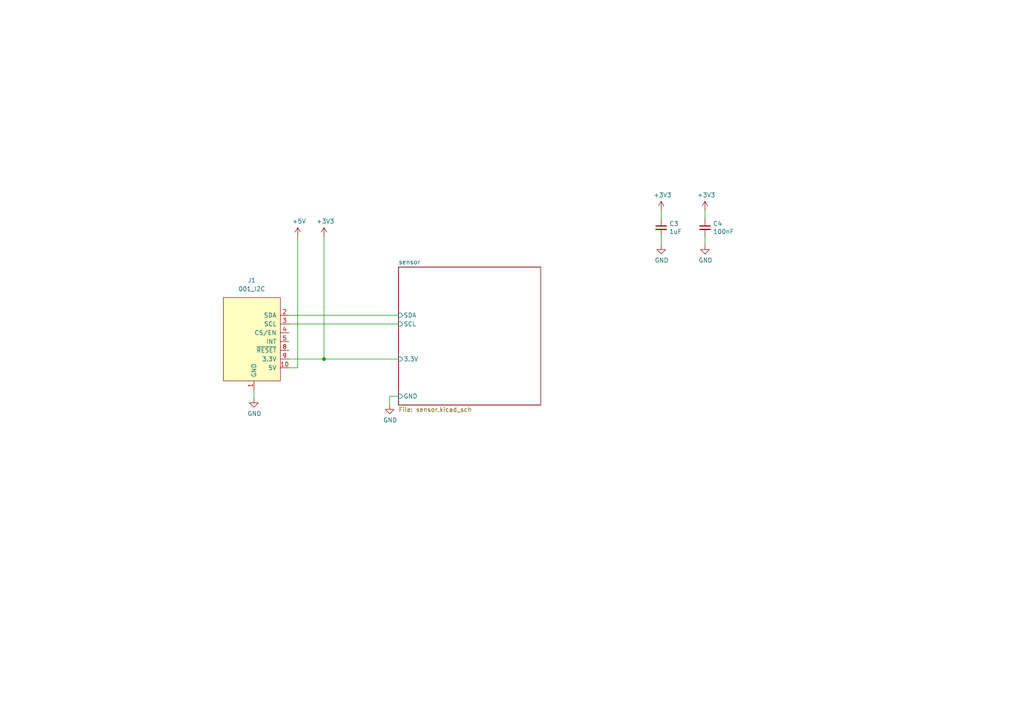
<source format=kicad_sch>
(kicad_sch (version 20211123) (generator eeschema)

  (uuid 712d6a7d-2b62-464f-b745-fd2a6b0187f6)

  (paper "A4")

  (lib_symbols
    (symbol "Device:C_Small" (pin_numbers hide) (pin_names (offset 0.254) hide) (in_bom yes) (on_board yes)
      (property "Reference" "C" (id 0) (at 0.254 1.778 0)
        (effects (font (size 1.27 1.27)) (justify left))
      )
      (property "Value" "C_Small" (id 1) (at 0.254 -2.032 0)
        (effects (font (size 1.27 1.27)) (justify left))
      )
      (property "Footprint" "" (id 2) (at 0 0 0)
        (effects (font (size 1.27 1.27)) hide)
      )
      (property "Datasheet" "~" (id 3) (at 0 0 0)
        (effects (font (size 1.27 1.27)) hide)
      )
      (property "ki_keywords" "capacitor cap" (id 4) (at 0 0 0)
        (effects (font (size 1.27 1.27)) hide)
      )
      (property "ki_description" "Unpolarized capacitor, small symbol" (id 5) (at 0 0 0)
        (effects (font (size 1.27 1.27)) hide)
      )
      (property "ki_fp_filters" "C_*" (id 6) (at 0 0 0)
        (effects (font (size 1.27 1.27)) hide)
      )
      (symbol "C_Small_0_1"
        (polyline
          (pts
            (xy -1.524 -0.508)
            (xy 1.524 -0.508)
          )
          (stroke (width 0.3302) (type default) (color 0 0 0 0))
          (fill (type none))
        )
        (polyline
          (pts
            (xy -1.524 0.508)
            (xy 1.524 0.508)
          )
          (stroke (width 0.3048) (type default) (color 0 0 0 0))
          (fill (type none))
        )
      )
      (symbol "C_Small_1_1"
        (pin passive line (at 0 2.54 270) (length 2.032)
          (name "~" (effects (font (size 1.27 1.27))))
          (number "1" (effects (font (size 1.27 1.27))))
        )
        (pin passive line (at 0 -2.54 90) (length 2.032)
          (name "~" (effects (font (size 1.27 1.27))))
          (number "2" (effects (font (size 1.27 1.27))))
        )
      )
    )
    (symbol "power:+3.3V" (power) (pin_names (offset 0)) (in_bom yes) (on_board yes)
      (property "Reference" "#PWR" (id 0) (at 0 -3.81 0)
        (effects (font (size 1.27 1.27)) hide)
      )
      (property "Value" "+3.3V" (id 1) (at 0 3.556 0)
        (effects (font (size 1.27 1.27)))
      )
      (property "Footprint" "" (id 2) (at 0 0 0)
        (effects (font (size 1.27 1.27)) hide)
      )
      (property "Datasheet" "" (id 3) (at 0 0 0)
        (effects (font (size 1.27 1.27)) hide)
      )
      (property "ki_keywords" "power-flag" (id 4) (at 0 0 0)
        (effects (font (size 1.27 1.27)) hide)
      )
      (property "ki_description" "Power symbol creates a global label with name \"+3.3V\"" (id 5) (at 0 0 0)
        (effects (font (size 1.27 1.27)) hide)
      )
      (symbol "+3.3V_0_1"
        (polyline
          (pts
            (xy -0.762 1.27)
            (xy 0 2.54)
          )
          (stroke (width 0) (type default) (color 0 0 0 0))
          (fill (type none))
        )
        (polyline
          (pts
            (xy 0 0)
            (xy 0 2.54)
          )
          (stroke (width 0) (type default) (color 0 0 0 0))
          (fill (type none))
        )
        (polyline
          (pts
            (xy 0 2.54)
            (xy 0.762 1.27)
          )
          (stroke (width 0) (type default) (color 0 0 0 0))
          (fill (type none))
        )
      )
      (symbol "+3.3V_1_1"
        (pin power_in line (at 0 0 90) (length 0) hide
          (name "+3V3" (effects (font (size 1.27 1.27))))
          (number "1" (effects (font (size 1.27 1.27))))
        )
      )
    )
    (symbol "power:+5V" (power) (pin_names (offset 0)) (in_bom yes) (on_board yes)
      (property "Reference" "#PWR" (id 0) (at 0 -3.81 0)
        (effects (font (size 1.27 1.27)) hide)
      )
      (property "Value" "+5V" (id 1) (at 0 3.556 0)
        (effects (font (size 1.27 1.27)))
      )
      (property "Footprint" "" (id 2) (at 0 0 0)
        (effects (font (size 1.27 1.27)) hide)
      )
      (property "Datasheet" "" (id 3) (at 0 0 0)
        (effects (font (size 1.27 1.27)) hide)
      )
      (property "ki_keywords" "power-flag" (id 4) (at 0 0 0)
        (effects (font (size 1.27 1.27)) hide)
      )
      (property "ki_description" "Power symbol creates a global label with name \"+5V\"" (id 5) (at 0 0 0)
        (effects (font (size 1.27 1.27)) hide)
      )
      (symbol "+5V_0_1"
        (polyline
          (pts
            (xy -0.762 1.27)
            (xy 0 2.54)
          )
          (stroke (width 0) (type default) (color 0 0 0 0))
          (fill (type none))
        )
        (polyline
          (pts
            (xy 0 0)
            (xy 0 2.54)
          )
          (stroke (width 0) (type default) (color 0 0 0 0))
          (fill (type none))
        )
        (polyline
          (pts
            (xy 0 2.54)
            (xy 0.762 1.27)
          )
          (stroke (width 0) (type default) (color 0 0 0 0))
          (fill (type none))
        )
      )
      (symbol "+5V_1_1"
        (pin power_in line (at 0 0 90) (length 0) hide
          (name "+5V" (effects (font (size 1.27 1.27))))
          (number "1" (effects (font (size 1.27 1.27))))
        )
      )
    )
    (symbol "power:GND" (power) (pin_names (offset 0)) (in_bom yes) (on_board yes)
      (property "Reference" "#PWR" (id 0) (at 0 -6.35 0)
        (effects (font (size 1.27 1.27)) hide)
      )
      (property "Value" "GND" (id 1) (at 0 -3.81 0)
        (effects (font (size 1.27 1.27)))
      )
      (property "Footprint" "" (id 2) (at 0 0 0)
        (effects (font (size 1.27 1.27)) hide)
      )
      (property "Datasheet" "" (id 3) (at 0 0 0)
        (effects (font (size 1.27 1.27)) hide)
      )
      (property "ki_keywords" "power-flag" (id 4) (at 0 0 0)
        (effects (font (size 1.27 1.27)) hide)
      )
      (property "ki_description" "Power symbol creates a global label with name \"GND\" , ground" (id 5) (at 0 0 0)
        (effects (font (size 1.27 1.27)) hide)
      )
      (symbol "GND_0_1"
        (polyline
          (pts
            (xy 0 0)
            (xy 0 -1.27)
            (xy 1.27 -1.27)
            (xy 0 -2.54)
            (xy -1.27 -1.27)
            (xy 0 -1.27)
          )
          (stroke (width 0) (type default) (color 0 0 0 0))
          (fill (type none))
        )
      )
      (symbol "GND_1_1"
        (pin power_in line (at 0 0 270) (length 0) hide
          (name "GND" (effects (font (size 1.27 1.27))))
          (number "1" (effects (font (size 1.27 1.27))))
        )
      )
    )
    (symbol "put_on_edge:001_I2C" (pin_names (offset 1.016)) (in_bom yes) (on_board yes)
      (property "Reference" "J" (id 0) (at -2.54 13.97 0)
        (effects (font (size 1.27 1.27)))
      )
      (property "Value" "001_I2C" (id 1) (at 8.89 13.97 0)
        (effects (font (size 1.27 1.27)))
      )
      (property "Footprint" "" (id 2) (at 7.62 16.51 0)
        (effects (font (size 1.27 1.27)) hide)
      )
      (property "Datasheet" "" (id 3) (at 7.62 16.51 0)
        (effects (font (size 1.27 1.27)) hide)
      )
      (symbol "001_I2C_0_1"
        (rectangle (start -8.89 12.7) (end 7.62 -11.43)
          (stroke (width 0) (type default) (color 0 0 0 0))
          (fill (type background))
        )
      )
      (symbol "001_I2C_1_1"
        (pin power_in line (at -1.27 -13.97 90) (length 2.54)
          (name "GND" (effects (font (size 1.27 1.27))))
          (number "1" (effects (font (size 1.27 1.27))))
        )
        (pin power_in line (at -11.43 -7.62 0) (length 2.54)
          (name "5V" (effects (font (size 1.27 1.27))))
          (number "10" (effects (font (size 1.27 1.27))))
        )
        (pin bidirectional line (at -11.43 7.62 0) (length 2.54)
          (name "SDA" (effects (font (size 1.27 1.27))))
          (number "2" (effects (font (size 1.27 1.27))))
        )
        (pin bidirectional line (at -11.43 5.08 0) (length 2.54)
          (name "SCL" (effects (font (size 1.27 1.27))))
          (number "3" (effects (font (size 1.27 1.27))))
        )
        (pin bidirectional line (at -11.43 2.54 0) (length 2.54)
          (name "CS/EN" (effects (font (size 1.27 1.27))))
          (number "4" (effects (font (size 1.27 1.27))))
        )
        (pin bidirectional line (at -11.43 0 0) (length 2.54)
          (name "INT" (effects (font (size 1.27 1.27))))
          (number "5" (effects (font (size 1.27 1.27))))
        )
        (pin bidirectional line (at -11.43 -2.54 0) (length 2.54)
          (name "~{RESET}" (effects (font (size 1.27 1.27))))
          (number "8" (effects (font (size 1.27 1.27))))
        )
        (pin power_in line (at -11.43 -5.08 0) (length 2.54)
          (name "3.3V" (effects (font (size 1.27 1.27))))
          (number "9" (effects (font (size 1.27 1.27))))
        )
      )
    )
  )

  (junction (at 93.98 104.14) (diameter 0) (color 0 0 0 0)
    (uuid 80f1e25c-501b-4592-889d-13d9cf6b68ae)
  )

  (wire (pts (xy 83.82 91.44) (xy 115.57 91.44))
    (stroke (width 0) (type default) (color 0 0 0 0))
    (uuid 012f51a9-60d7-4d64-8672-9b730dbfc947)
  )
  (wire (pts (xy 113.03 117.475) (xy 113.03 114.935))
    (stroke (width 0) (type default) (color 0 0 0 0))
    (uuid 02b727dd-fba8-4914-a6f8-17189536279f)
  )
  (wire (pts (xy 93.98 104.14) (xy 115.57 104.14))
    (stroke (width 0) (type default) (color 0 0 0 0))
    (uuid 093a9ff5-ef7a-455c-859a-d2e50ed1f693)
  )
  (wire (pts (xy 204.47 60.96) (xy 204.47 63.5))
    (stroke (width 0) (type default) (color 0 0 0 0))
    (uuid 1a1ab354-5f85-45f9-938c-9f6c4c8c3ea2)
  )
  (wire (pts (xy 191.77 60.96) (xy 191.77 63.5))
    (stroke (width 0) (type default) (color 0 0 0 0))
    (uuid 1bf544e3-5940-4576-9291-2464e95c0ee2)
  )
  (wire (pts (xy 86.36 68.58) (xy 86.36 106.68))
    (stroke (width 0) (type default) (color 0 0 0 0))
    (uuid 1e1b062d-fad0-427c-a622-c5b8a80b5268)
  )
  (wire (pts (xy 93.98 68.58) (xy 93.98 104.14))
    (stroke (width 0) (type default) (color 0 0 0 0))
    (uuid 30f15357-ce1d-48b9-93dc-7d9b1b2aa048)
  )
  (wire (pts (xy 204.47 68.58) (xy 204.47 71.12))
    (stroke (width 0) (type default) (color 0 0 0 0))
    (uuid 42713045-fffd-4b2d-ae1e-7232d705fb12)
  )
  (wire (pts (xy 113.03 114.935) (xy 115.57 114.935))
    (stroke (width 0) (type default) (color 0 0 0 0))
    (uuid 8677d68f-dfa3-43f8-85b1-740851a741c6)
  )
  (wire (pts (xy 93.98 104.14) (xy 83.82 104.14))
    (stroke (width 0) (type default) (color 0 0 0 0))
    (uuid 87371631-aa02-498a-998a-09bdb74784c1)
  )
  (wire (pts (xy 83.82 93.98) (xy 115.57 93.98))
    (stroke (width 0) (type default) (color 0 0 0 0))
    (uuid ab55ebbc-cb4c-4917-b2ec-e093ad55a77f)
  )
  (wire (pts (xy 191.77 68.58) (xy 191.77 71.12))
    (stroke (width 0) (type default) (color 0 0 0 0))
    (uuid c0515cd2-cdaa-467e-8354-0f6eadfa35c9)
  )
  (wire (pts (xy 73.66 115.57) (xy 73.66 113.03))
    (stroke (width 0) (type default) (color 0 0 0 0))
    (uuid c70d9ef3-bfeb-47e0-a1e1-9aeba3da7864)
  )
  (wire (pts (xy 86.36 106.68) (xy 83.82 106.68))
    (stroke (width 0) (type default) (color 0 0 0 0))
    (uuid d8603679-3e7b-4337-8dbc-1827f5f54d8a)
  )

  (symbol (lib_id "power:GND") (at 73.66 115.57 0) (unit 1)
    (in_bom yes) (on_board yes)
    (uuid 00000000-0000-0000-0000-0000617ee3e4)
    (property "Reference" "#PWR0101" (id 0) (at 73.66 121.92 0)
      (effects (font (size 1.27 1.27)) hide)
    )
    (property "Value" "GND" (id 1) (at 73.787 119.9642 0))
    (property "Footprint" "" (id 2) (at 73.66 115.57 0)
      (effects (font (size 1.27 1.27)) hide)
    )
    (property "Datasheet" "" (id 3) (at 73.66 115.57 0)
      (effects (font (size 1.27 1.27)) hide)
    )
    (pin "1" (uuid 485f2f0b-adc4-4fd0-914c-e6cdebf32b20))
  )

  (symbol (lib_id "power:+5V") (at 86.36 68.58 0) (unit 1)
    (in_bom yes) (on_board yes)
    (uuid 00000000-0000-0000-0000-0000617f3fc7)
    (property "Reference" "#PWR0105" (id 0) (at 86.36 72.39 0)
      (effects (font (size 1.27 1.27)) hide)
    )
    (property "Value" "+5V" (id 1) (at 86.741 64.1858 0))
    (property "Footprint" "" (id 2) (at 86.36 68.58 0)
      (effects (font (size 1.27 1.27)) hide)
    )
    (property "Datasheet" "" (id 3) (at 86.36 68.58 0)
      (effects (font (size 1.27 1.27)) hide)
    )
    (pin "1" (uuid ae923668-2cb7-47ea-99c5-b6a079045296))
  )

  (symbol (lib_id "power:+3.3V") (at 93.98 68.58 0) (unit 1)
    (in_bom yes) (on_board yes)
    (uuid 00000000-0000-0000-0000-0000617f3fcd)
    (property "Reference" "#PWR0106" (id 0) (at 93.98 72.39 0)
      (effects (font (size 1.27 1.27)) hide)
    )
    (property "Value" "+3.3V" (id 1) (at 94.361 64.1858 0))
    (property "Footprint" "" (id 2) (at 93.98 68.58 0)
      (effects (font (size 1.27 1.27)) hide)
    )
    (property "Datasheet" "" (id 3) (at 93.98 68.58 0)
      (effects (font (size 1.27 1.27)) hide)
    )
    (pin "1" (uuid 48eaa494-0ad3-4e7e-a203-8b82c0c90232))
  )

  (symbol (lib_id "Device:C_Small") (at 191.77 66.04 0) (unit 1)
    (in_bom yes) (on_board yes)
    (uuid 00000000-0000-0000-0000-000061805a99)
    (property "Reference" "C3" (id 0) (at 194.1068 64.8716 0)
      (effects (font (size 1.27 1.27)) (justify left))
    )
    (property "Value" "1uF" (id 1) (at 194.1068 67.183 0)
      (effects (font (size 1.27 1.27)) (justify left))
    )
    (property "Footprint" "Capacitor_SMD:C_0603_1608Metric" (id 2) (at 191.77 66.04 0)
      (effects (font (size 1.27 1.27)) hide)
    )
    (property "Datasheet" "~" (id 3) (at 191.77 66.04 0)
      (effects (font (size 1.27 1.27)) hide)
    )
    (property "Voltage" "6.3V" (id 4) (at 191.77 66.04 0)
      (effects (font (size 1.27 1.27)) hide)
    )
    (pin "1" (uuid e4c76785-6814-46b7-90ed-89a33aedcc92))
    (pin "2" (uuid e1287ef2-6c69-436b-b51d-a0060d989d21))
  )

  (symbol (lib_id "Device:C_Small") (at 204.47 66.04 0) (unit 1)
    (in_bom yes) (on_board yes)
    (uuid 00000000-0000-0000-0000-000061806b1a)
    (property "Reference" "C4" (id 0) (at 206.8068 64.8716 0)
      (effects (font (size 1.27 1.27)) (justify left))
    )
    (property "Value" "100nF" (id 1) (at 206.8068 67.183 0)
      (effects (font (size 1.27 1.27)) (justify left))
    )
    (property "Footprint" "Capacitor_SMD:C_0603_1608Metric" (id 2) (at 204.47 66.04 0)
      (effects (font (size 1.27 1.27)) hide)
    )
    (property "Datasheet" "~" (id 3) (at 204.47 66.04 0)
      (effects (font (size 1.27 1.27)) hide)
    )
    (property "Voltage" "6.3V" (id 4) (at 204.47 66.04 0)
      (effects (font (size 1.27 1.27)) hide)
    )
    (pin "1" (uuid 122cd6ff-87b3-455d-9734-dd35dee6c1d9))
    (pin "2" (uuid cc90c745-434f-4e54-89c7-cbf24870aeb9))
  )

  (symbol (lib_id "power:GND") (at 191.77 71.12 0) (unit 1)
    (in_bom yes) (on_board yes)
    (uuid 00000000-0000-0000-0000-000061806db0)
    (property "Reference" "#PWR0108" (id 0) (at 191.77 77.47 0)
      (effects (font (size 1.27 1.27)) hide)
    )
    (property "Value" "GND" (id 1) (at 191.897 75.5142 0))
    (property "Footprint" "" (id 2) (at 191.77 71.12 0)
      (effects (font (size 1.27 1.27)) hide)
    )
    (property "Datasheet" "" (id 3) (at 191.77 71.12 0)
      (effects (font (size 1.27 1.27)) hide)
    )
    (pin "1" (uuid 229202cd-20dc-4eab-ac2e-7f028bc91419))
  )

  (symbol (lib_id "power:GND") (at 204.47 71.12 0) (unit 1)
    (in_bom yes) (on_board yes)
    (uuid 00000000-0000-0000-0000-00006180724b)
    (property "Reference" "#PWR0109" (id 0) (at 204.47 77.47 0)
      (effects (font (size 1.27 1.27)) hide)
    )
    (property "Value" "GND" (id 1) (at 204.597 75.5142 0))
    (property "Footprint" "" (id 2) (at 204.47 71.12 0)
      (effects (font (size 1.27 1.27)) hide)
    )
    (property "Datasheet" "" (id 3) (at 204.47 71.12 0)
      (effects (font (size 1.27 1.27)) hide)
    )
    (pin "1" (uuid aa150034-db8e-4e55-b98f-05afdd8af91a))
  )

  (symbol (lib_id "power:+3.3V") (at 191.77 60.96 0) (unit 1)
    (in_bom yes) (on_board yes)
    (uuid 00000000-0000-0000-0000-00006180754a)
    (property "Reference" "#PWR0110" (id 0) (at 191.77 64.77 0)
      (effects (font (size 1.27 1.27)) hide)
    )
    (property "Value" "+3.3V" (id 1) (at 192.151 56.5658 0))
    (property "Footprint" "" (id 2) (at 191.77 60.96 0)
      (effects (font (size 1.27 1.27)) hide)
    )
    (property "Datasheet" "" (id 3) (at 191.77 60.96 0)
      (effects (font (size 1.27 1.27)) hide)
    )
    (pin "1" (uuid 2a27ce45-9d61-48fd-991f-04c116cd65f4))
  )

  (symbol (lib_id "power:+3.3V") (at 204.47 60.96 0) (unit 1)
    (in_bom yes) (on_board yes)
    (uuid 00000000-0000-0000-0000-000061807855)
    (property "Reference" "#PWR0111" (id 0) (at 204.47 64.77 0)
      (effects (font (size 1.27 1.27)) hide)
    )
    (property "Value" "+3.3V" (id 1) (at 204.851 56.5658 0))
    (property "Footprint" "" (id 2) (at 204.47 60.96 0)
      (effects (font (size 1.27 1.27)) hide)
    )
    (property "Datasheet" "" (id 3) (at 204.47 60.96 0)
      (effects (font (size 1.27 1.27)) hide)
    )
    (pin "1" (uuid fa2bf2ca-bd10-466d-9e68-28cc68c7b620))
  )

  (symbol (lib_id "power:GND") (at 113.03 117.475 0) (unit 1)
    (in_bom yes) (on_board yes)
    (uuid 02297bbb-ab4c-4b32-b01f-a1a47b5f8881)
    (property "Reference" "#PWR0102" (id 0) (at 113.03 123.825 0)
      (effects (font (size 1.27 1.27)) hide)
    )
    (property "Value" "GND" (id 1) (at 113.157 121.8692 0))
    (property "Footprint" "" (id 2) (at 113.03 117.475 0)
      (effects (font (size 1.27 1.27)) hide)
    )
    (property "Datasheet" "" (id 3) (at 113.03 117.475 0)
      (effects (font (size 1.27 1.27)) hide)
    )
    (pin "1" (uuid 5a6fb186-74b4-4e7e-8fda-3045984f1bae))
  )

  (symbol (lib_id "put_on_edge:001_I2C") (at 72.39 99.06 0) (mirror y) (unit 1)
    (in_bom yes) (on_board yes) (fields_autoplaced)
    (uuid 18cf3d0e-decb-4baa-bbca-50180b40811e)
    (property "Reference" "J1" (id 0) (at 73.025 81.28 0))
    (property "Value" "001_I2C" (id 1) (at 73.025 83.82 0))
    (property "Footprint" "on_edge:on_edge_2x05_device" (id 2) (at 64.77 82.55 0)
      (effects (font (size 1.27 1.27)) hide)
    )
    (property "Datasheet" "" (id 3) (at 64.77 82.55 0)
      (effects (font (size 1.27 1.27)) hide)
    )
    (pin "1" (uuid 5d2f3ae9-e953-4b8b-8ec2-7e1e969f3fae))
    (pin "10" (uuid b477ea08-8de0-4172-99c0-8de7d4429a1d))
    (pin "2" (uuid d30845ee-4a41-400f-befd-0997b98a1421))
    (pin "3" (uuid 6f61730e-3460-4eab-9e34-d5e1af97bc34))
    (pin "4" (uuid 80da79d9-6872-439d-afed-989104769941))
    (pin "5" (uuid d6eee875-e381-49cd-b08f-4e1175c3c84e))
    (pin "8" (uuid a2411a62-1912-4b28-b601-8bbd80c7b3cc))
    (pin "9" (uuid 7441b785-8b51-49b7-ba9d-2b7f6108a68b))
  )

  (sheet (at 115.57 77.47) (size 41.275 40.005) (fields_autoplaced)
    (stroke (width 0.1524) (type solid) (color 0 0 0 0))
    (fill (color 0 0 0 0.0000))
    (uuid f82b8be3-e209-4493-8527-8e48e4d9c1ce)
    (property "Sheet name" "sensor" (id 0) (at 115.57 76.7584 0)
      (effects (font (size 1.27 1.27)) (justify left bottom))
    )
    (property "Sheet file" "sensor.kicad_sch" (id 1) (at 115.57 118.0596 0)
      (effects (font (size 1.27 1.27)) (justify left top))
    )
    (pin "SCL" input (at 115.57 93.98 180)
      (effects (font (size 1.27 1.27)) (justify left))
      (uuid 558e3313-60cd-4cc2-8404-2bfc9ad32d62)
    )
    (pin "SDA" input (at 115.57 91.44 180)
      (effects (font (size 1.27 1.27)) (justify left))
      (uuid f49b200c-1fa1-471e-b489-fb83c7bd21ad)
    )
    (pin "GND" input (at 115.57 114.935 180)
      (effects (font (size 1.27 1.27)) (justify left))
      (uuid d45298b6-27af-4d03-bace-df63014b28a0)
    )
    (pin "3.3V" input (at 115.57 104.14 180)
      (effects (font (size 1.27 1.27)) (justify left))
      (uuid da3a1ff3-36a6-4da8-8508-df6ecf960aa3)
    )
  )

  (sheet_instances
    (path "/" (page "1"))
    (path "/f82b8be3-e209-4493-8527-8e48e4d9c1ce" (page "3"))
  )

  (symbol_instances
    (path "/00000000-0000-0000-0000-0000617ee3e4"
      (reference "#PWR0101") (unit 1) (value "GND") (footprint "")
    )
    (path "/02297bbb-ab4c-4b32-b01f-a1a47b5f8881"
      (reference "#PWR0102") (unit 1) (value "GND") (footprint "")
    )
    (path "/00000000-0000-0000-0000-0000617f3fc7"
      (reference "#PWR0105") (unit 1) (value "+5V") (footprint "")
    )
    (path "/00000000-0000-0000-0000-0000617f3fcd"
      (reference "#PWR0106") (unit 1) (value "+3.3V") (footprint "")
    )
    (path "/00000000-0000-0000-0000-000061806db0"
      (reference "#PWR0108") (unit 1) (value "GND") (footprint "")
    )
    (path "/00000000-0000-0000-0000-00006180724b"
      (reference "#PWR0109") (unit 1) (value "GND") (footprint "")
    )
    (path "/00000000-0000-0000-0000-00006180754a"
      (reference "#PWR0110") (unit 1) (value "+3.3V") (footprint "")
    )
    (path "/00000000-0000-0000-0000-000061807855"
      (reference "#PWR0111") (unit 1) (value "+3.3V") (footprint "")
    )
    (path "/f82b8be3-e209-4493-8527-8e48e4d9c1ce/34d0d5b5-2222-4d7c-b01b-790b6e1c93ac"
      (reference "C1") (unit 1) (value "100nF") (footprint "Capacitor_SMD:C_0603_1608Metric")
    )
    (path "/00000000-0000-0000-0000-000061805a99"
      (reference "C3") (unit 1) (value "1uF") (footprint "Capacitor_SMD:C_0603_1608Metric")
    )
    (path "/00000000-0000-0000-0000-000061806b1a"
      (reference "C4") (unit 1) (value "100nF") (footprint "Capacitor_SMD:C_0603_1608Metric")
    )
    (path "/18cf3d0e-decb-4baa-bbca-50180b40811e"
      (reference "J1") (unit 1) (value "001_I2C") (footprint "on_edge:on_edge_2x05_device")
    )
    (path "/f82b8be3-e209-4493-8527-8e48e4d9c1ce/53718313-b359-47aa-afd8-02d55f8ca417"
      (reference "U1") (unit 1) (value "SHT30-DIS") (footprint "Sensor_Humidity:Sensirion_DFN-8-1EP_2.5x2.5mm_P0.5mm_EP1.1x1.7mm")
    )
  )
)

</source>
